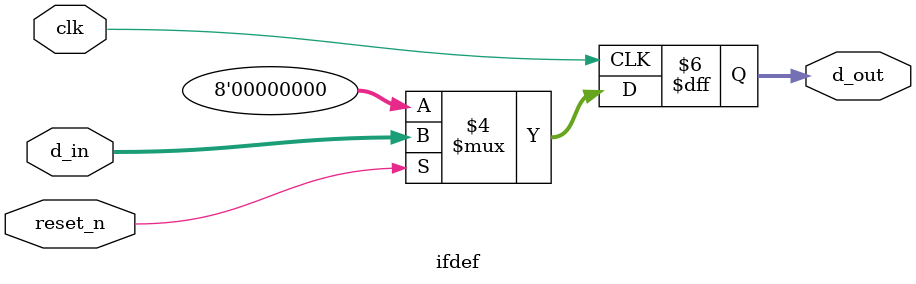
<source format=v>
`timescale 1ns / 1ps

`define INCLUDE_RST
module ifdef(
    input clk,
    input [7:0] d_in,
    `ifdef INCLUDE_RST
        input reset_n,
    `endif
    output reg [7:0] d_out
    );
    
always @ (posedge clk)
begin
    `ifdef INCLUDE_RST
        if(!reset_n)
            d_out <= 8'b0;
        else
     `endif
        d_out <= d_in;
end
endmodule

</source>
